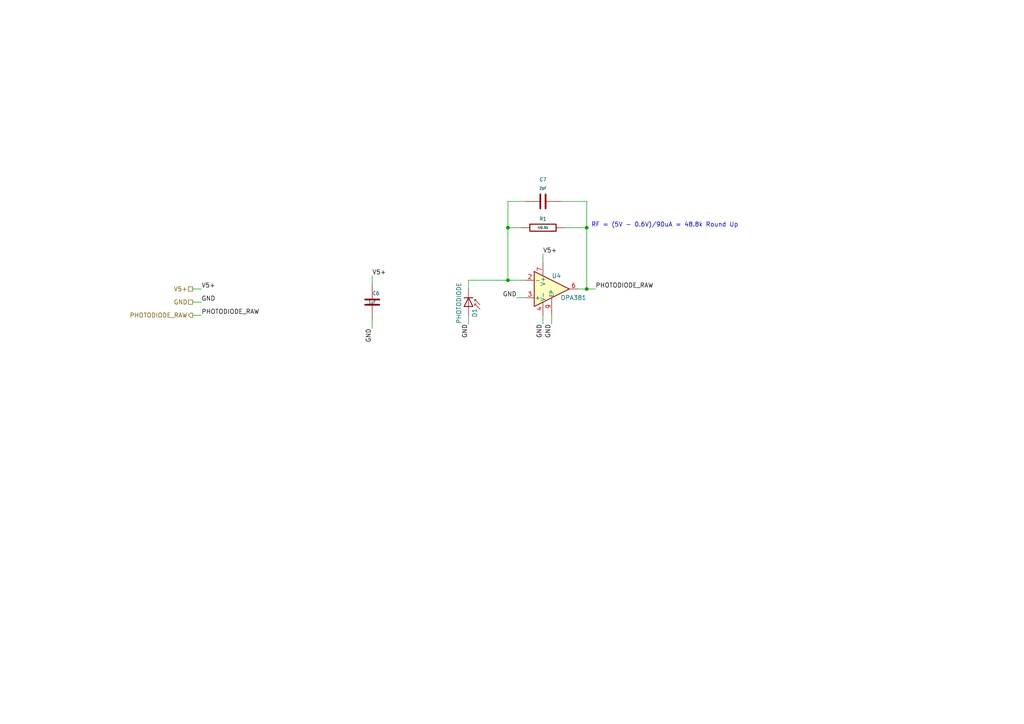
<source format=kicad_sch>
(kicad_sch (version 20230121) (generator eeschema)
  (paper "A4")
  (lib_symbols
    (symbol "Janelia:C_1uF_0402" (pin_numbers hide) (pin_names (offset 0.254))
      (property "Reference" "C" (at 0 2.54 0))
      (property "Value" "1uF" (at 0 0 0))
      (symbol "C_1uF_0402_0_1"
        (polyline (pts (xy -2.032 -0.762) (xy 2.032 -0.762)) (stroke (width 0.508)))
        (polyline (pts (xy -2.032 0.762) (xy 2.032 0.762)) (stroke (width 0.508)))
      )
      (symbol "C_1uF_0402_1_1"
        (pin passive line (at 0 5.08 270) (length 4.318) (name "~") (number "1"))
        (pin passive line (at 0 -5.08 90) (length 4.318) (name "~") (number "2"))
      )
    )
    (symbol "Janelia:C_2pF_0402" (pin_numbers hide) (pin_names (offset 0.254))
      (property "Reference" "C" (at 0 2.54 0))
      (property "Value" "2pF" (at 0 0 0))
      (symbol "C_2pF_0402_0_1"
        (polyline (pts (xy -2.032 -0.762) (xy 2.032 -0.762)) (stroke (width 0.508)))
        (polyline (pts (xy -2.032 0.762) (xy 2.032 0.762)) (stroke (width 0.508)))
      )
      (symbol "C_2pF_0402_1_1"
        (pin passive line (at 0 5.08 270) (length 4.318) (name "~") (number "1"))
        (pin passive line (at 0 -5.08 90) (length 4.318) (name "~") (number "2"))
      )
    )
    (symbol "Janelia:OPA381" (pin_names (offset 0.127))
      (property "Reference" "U" (at 1.27 8.89 0))
      (property "Value" "OPA381" (at 1.27 6.35 0))
      (property "Description" "IC TRANSIMPEDANCE 1 CIRCUIT 8SON" (at 0 25.4 0))
      (symbol "OPA381_0_0"
        (pin power_in line (at -2.54 7.62 270) (length 3.81) (name "V+") (number "7"))
        (pin passive line (at 0 -7.62 90) (length 5.08) (name "EP") (number "9"))
      )
      (symbol "OPA381_0_1"
        (polyline (pts (xy -5.08 5.08) (xy 5.08 0) (xy -5.08 -5.08) (xy -5.08 5.08)) (stroke (width 0.254)) (fill (type background)))
        (pin output line (at 7.62 0 180) (length 2.54) (name "~") (number "6"))
      )
      (symbol "OPA381_1_1"
        (pin input line (at -7.62 2.54 0) (length 2.54) (name "-") (number "2"))
        (pin input line (at -7.62 -2.54 0) (length 2.54) (name "+") (number "3"))
        (pin power_in line (at -2.54 -7.62 90) (length 3.81) (name "V-") (number "4"))
      )
    )
    (symbol "Janelia:PHOTODIODE_940nm_RADIAL_RA_SMD_BRIGHT" (pin_numbers hide) (pin_names hide)
      (property "Reference" "D" (at 0.508 1.778 0))
      (property "Value" "PHOTODIODE" (at -1.016 -2.794 0))
      (symbol "PHOTODIODE_940nm_RADIAL_RA_SMD_BRIGHT_0_1"
        (polyline (pts (xy -2.54 1.27) (xy -2.54 -1.27)) (stroke (width 0.254)))
        (polyline (pts (xy -2.032 1.778) (xy -1.524 1.778)))
        (polyline (pts (xy 0 0) (xy -2.54 0)))
        (polyline (pts (xy -0.508 3.302) (xy -2.032 1.778) (xy -2.032 2.286)))
        (polyline (pts (xy 0 -1.27) (xy 0 1.27) (xy -2.54 0) (xy 0 -1.27)) (stroke (width 0.254)))
        (polyline (pts (xy 0.762 3.302) (xy -0.762 1.778) (xy -0.762 2.286) (xy -0.762 1.778) (xy -0.254 1.778)))
      )
      (symbol "PHOTODIODE_940nm_RADIAL_RA_SMD_BRIGHT_1_1"
        (pin passive line (at -5.08 0 0) (length 2.54) (name "K") (number "1"))
        (pin passive line (at 2.54 0 180) (length 2.54) (name "A") (number "2"))
      )
    )
    (symbol "Janelia:R_49.9k_0402" (pin_numbers hide) (pin_names (offset 0))
      (property "Reference" "R" (at 2.032 0 90))
      (property "Value" "49.9k" (at 0 0 90))
      (symbol "R_49.9k_0402_0_1"
        (rectangle (start -1.016 3.81) (end 1.016 -3.81) (stroke (width 0.3048)))
      )
      (symbol "R_49.9k_0402_1_1"
        (pin passive line (at 0 6.35 270) (length 2.54) (name "~") (number "1"))
        (pin passive line (at 0 -6.35 90) (length 2.54) (name "~") (number "2"))
      )
    )
  )
  (junction (at 170.18 66.04))
  (junction (at 147.32 66.04))
  (junction (at 170.18 83.82))
  (junction (at 147.32 81.28))
  (wire (pts (xy 55.88 83.82) (xy 58.42 83.82)))
  (wire (pts (xy 135.89 83.82) (xy 135.89 81.28)))
  (wire (pts (xy 170.18 58.42) (xy 170.18 66.04)))
  (wire (pts (xy 170.18 83.82) (xy 172.72 83.82)))
  (wire (pts (xy 160.02 91.44) (xy 160.02 93.98)))
  (wire (pts (xy 147.32 81.28) (xy 152.4 81.28)))
  (wire (pts (xy 170.18 83.82) (xy 170.18 66.04)))
  (wire (pts (xy 135.89 91.44) (xy 135.89 93.98)))
  (wire (pts (xy 55.88 91.44) (xy 58.42 91.44)))
  (wire (pts (xy 163.83 66.04) (xy 170.18 66.04)))
  (wire (pts (xy 107.95 92.71) (xy 107.95 95.25)))
  (wire (pts (xy 167.64 83.82) (xy 170.18 83.82)))
  (wire (pts (xy 162.56 58.42) (xy 170.18 58.42)))
  (wire (pts (xy 151.13 66.04) (xy 147.32 66.04)))
  (wire (pts (xy 157.48 91.44) (xy 157.48 93.98)))
  (wire (pts (xy 135.89 81.28) (xy 147.32 81.28)))
  (wire (pts (xy 55.88 87.63) (xy 58.42 87.63)))
  (wire (pts (xy 157.48 76.2) (xy 157.48 73.66)))
  (wire (pts (xy 147.32 66.04) (xy 147.32 58.42)))
  (wire (pts (xy 152.4 86.36) (xy 149.86 86.36)))
  (wire (pts (xy 147.32 58.42) (xy 152.4 58.42)))
  (wire (pts (xy 147.32 66.04) (xy 147.32 81.28)))
  (wire (pts (xy 107.95 82.55) (xy 107.95 80.01)))
  (text "RF = (5V - 0.6V)/90uA = 48.8k Round Up" (at 171.45 66.04 0) (effects (font (size 1.27 1.27)) (justify left bottom)))
  (label "V5+" (at 157.48 73.66 0))
  (label "GND" (at 135.89 93.98 270))
  (label "V5+" (at 107.95 80.01 0))
  (label "PHOTODIODE_RAW" (at 172.72 83.82 0))
  (label "GND" (at 107.95 95.25 270))
  (label "GND" (at 58.42 87.63 0))
  (label "GND" (at 157.48 93.98 270))
  (label "GND" (at 149.86 86.36 180))
  (label "V5+" (at 58.42 83.82 0))
  (label "PHOTODIODE_RAW" (at 58.42 91.44 0))
  (label "GND" (at 160.02 93.98 270))
  (hierarchical_label "PHOTODIODE_RAW" (shape output) (at 55.88 91.44 180))
  (hierarchical_label "V5+" (shape passive) (at 55.88 83.82 180))
  (hierarchical_label "GND" (shape passive) (at 55.88 87.63 180))
  (symbol (lib_id "Janelia:R_49.9k_0402") (at 157.48 66.04 90) (unit 1)
    (property "Reference" "R1" (at 157.48 63.5 90) (effects (font (size 1.016 1.016))))
    (property "Value" "49.9k" (at 157.48 66.04 90) (effects (font (size 0.762 0.762))))
    (property "Footprint" "Janelia:R_0402_1005Metric" (effects hide))
    (property "Vendor" "Digi-Key" (effects hide))
    (property "Vendor Part Number" "P49.9KLCT-ND" (effects hide))
    (property "Description" "RES SMD 49.9K OHM 1% 1/10W" (effects hide))
    (property "Package" "0402" (effects hide))
    (property "Manufacturer" "Panasonic Electronic Components" (effects hide))
    (property "Manufacturer Part Number" "ERJ-2RKF4992X" (effects hide))
  )
  (symbol (lib_id "Janelia:C_1uF_0402") (at 107.95 87.63 0) (unit 1)
    (property "Reference" "C6" (at 107.95 85.09 0) (effects (font (size 1.016 1.016)) (justify left)))
    (property "Value" "1uF" (at 107.95 87.63 0) (effects (font (size 0.762 0.762))))
    (property "Footprint" "Janelia:C_0402_1005Metric" (effects hide))
    (property "Vendor" "Digi-Key" (effects hide))
    (property "Vendor Part Number" "1276-6796-1-ND" (effects hide))
    (property "Description" "CAP CER 1UF 35V X5R" (effects hide))
    (property "Package" "0402" (effects hide))
    (property "Manufacturer" "Samsung Electro-Mechanics" (effects hide))
    (property "Manufacturer Part Number" "CL05A105KL5NRNC" (effects hide))
  )
  (symbol (lib_id "Janelia:C_2pF_0402") (at 157.48 58.42 90) (unit 1)
    (property "Reference" "C7" (at 157.48 52.07 90) (effects (font (size 1.016 1.016))))
    (property "Value" "2pF" (at 157.48 54.61 90) (effects (font (size 0.762 0.762))))
    (property "Footprint" "Janelia:C_0402_1005Metric" (effects hide))
    (property "Vendor" "Digi-Key" (effects hide))
    (property "Vendor Part Number" "445-5572-1-ND" (effects hide))
    (property "Description" "CAP CER 2PF 50V C0G" (effects hide))
    (property "Package" "0402" (effects hide))
    (property "Manufacturer" "TDK Corporation" (effects hide))
    (property "Manufacturer Part Number" "CGA2B2C0G1H020C050BA" (effects hide))
  )
  (symbol (lib_id "Janelia:OPA381") (at 160.02 83.82 0) (unit 1)
    (property "Reference" "U4" (at 160.02 80.01 0) (effects (justify left)))
    (property "Value" "OPA381" (at 162.56 86.36 0) (effects (justify left)))
    (property "Footprint" "Janelia:VSON-8-1EP_3x3mm_P0.65mm_EP1.65x2.4mm" (effects hide))
    (property "Manufacturer" "Texas Instruments" (effects hide))
    (property "Manufacturer Part Number" "OPA381AIDRBT" (effects hide))
    (property "Vendor" "Digi-Key" (effects hide))
    (property "Vendor Part Number" "296-17363-1-ND" (effects hide))
    (property "Description" "IC TRANSIMPEDANCE 1 CIRCUIT 8SON" (effects hide))
  )
  (symbol (lib_id "Janelia:PHOTODIODE_940nm_RADIAL_RA_SMD_BRIGHT") (at 135.89 88.9 270) (unit 1)
    (property "Reference" "D1" (at 137.668 89.408 0) (effects (justify left)))
    (property "Value" "PHOTODIODE" (at 133.096 87.884 0))
    (property "Footprint" "Janelia:PHOTODIODE_RADIAL_RA_SMD_BRIGHT" (effects hide))
    (property "Manufacturer" "American Bright Optoelectronics Corporation" (effects hide))
    (property "Manufacturer Part Number" "BPD-BQDA38V-FZ04" (effects hide))
    (property "Vendor" "Digi-Key" (effects hide))
    (property "Vendor Part Number" "BPD-BQDA38V-FZ04CT-ND" (effects hide))
    (property "Description" "SENSOR PHOTODIODE RADIAL" (effects hide))
  )
)
</source>
